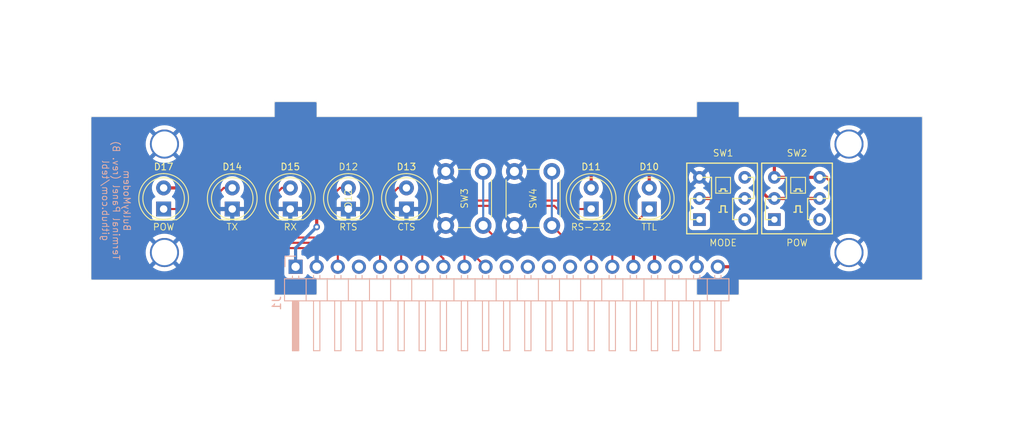
<source format=kicad_pcb>
(kicad_pcb (version 20240108) (generator "pcbnew") (generator_version "8.0")
  (layers (0 "F.Cu" signal) (31 "B.Cu" signal) (34 "B.Paste" user) (35 "F.Paste" user) (36 "B.SilkS" user "B.Silkscreen") (37 "F.SilkS" user "F.Silkscreen") (38 "B.Mask" user) (39 "F.Mask" user) (44 "Edge.Cuts" user))
  (net 0 "")
  (net 1 "GND")
  (net 2 "VCC")
  (net 3 "/LED.TTL")
  (net 4 "/LED.232")
  (net 5 "/LED.RTS")
  (net 6 "/LED.CTS")
  (net 7 "/LED.TX")
  (net 8 "/LED.RX")
  (net 9 "/LED.5V")
  (net 10 "SW_MODE")
  (net 13 "VIN")
  (net 20 "SW_RESET")
  (net 22 "SW_DEFAULT")
  (footprint "mounting:M3_pin" (layer "F.Cu") (at 99.915 129.099)
    (property "Reference" "M1" (hide yes))
    (property "Value" "Mounting_Pin" (hide yes))
    (pad "1" thru_hole circle (at 0 0) (size 3.5 3.5) (drill 3.048) (layers "*.Cu" "*.Mask") (net 1 "GND"))
  )
  (footprint "mounting:M3_pin" (layer "F.Cu") (at 182.265 129.099)
    (property "Reference" "M2" (hide yes))
    (property "Value" "Mounting_Pin" (hide yes))
    (pad "1" thru_hole circle (at 0 0) (size 3.5 3.5) (drill 3.048) (layers "*.Cu" "*.Mask") (net 1 "GND"))
  )
  (footprint "mounting:M3_pin" (layer "F.Cu") (at 182.265 116.049)
    (property "Reference" "M3" (hide yes))
    (property "Value" "Mounting_Pin" (hide yes))
    (pad "1" thru_hole circle (at 0 0) (size 3.5 3.5) (drill 3.048) (layers "*.Cu" "*.Mask") (net 1 "GND"))
  )
  (footprint "mounting:M3_pin" (layer "F.Cu") (at 99.915 116.049)
    (property "Reference" "M4" (hide yes))
    (property "Value" "Mounting_Pin" (hide yes))
    (pad "1" thru_hole circle (at 0 0) (size 3.5 3.5) (drill 3.048) (layers "*.Cu" "*.Mask") (net 1 "GND"))
  )
  (footprint "LED_THT:LED_D5.0mm" (layer "F.Cu") (at 158.235 123.865 90)
    (property "Reference" "D10" (at 5.08 0 180) (layer "F.SilkS") (effects (font (size 0.8 0.8) (thickness 0.1))))
    (property "Value" "TTL" (at -2.159 0 180) (layer "F.SilkS") (effects (font (size 0.8 0.8) (thickness 0.1))))
    (fp_line (start -1.29 -1.545) (end -1.29 1.545) (stroke (width 0.12)) (layer "F.SilkS"))
    (fp_arc (start -1.29 -1.54483) (mid 2.072002 -2.880433) (end 4.26 0.000462) (stroke (width 0.12)) (layer "F.SilkS"))
    (fp_arc (start 4.26 -0.000462) (mid 2.072002 2.880433) (end -1.29 1.54483) (stroke (width 0.12)) (layer "F.SilkS"))
    (fp_circle (center 1.27 0) (end 3.77 0) (stroke (width 0.12)) (fill none) (layer "F.SilkS"))
    (fp_text user "${REFERENCE}" (at 5.08 0 180) (layer "F.SilkS") (effects (font (size 0.8 0.8) (thickness 0.1))))
    (pad "1" thru_hole rect (at 0 0 90) (size 1.8 1.8) (drill 0.9) (layers "*.Cu" "*.Mask") (net 3 "/LED.TTL"))
    (pad "2" thru_hole circle (at 2.54 0 90) (size 1.8 1.8) (drill 0.9) (layers "*.Cu" "*.Mask") (net 2 "VCC"))
  )
  (footprint "LED_THT:LED_D5.0mm" (layer "F.Cu") (at 151.25 123.865 90)
    (property "Reference" "D11" (at 5.08 0 180) (layer "F.SilkS") (effects (font (size 0.8 0.8) (thickness 0.1))))
    (property "Value" "RS-232" (at -2.159 0 180) (layer "F.SilkS") (effects (font (size 0.8 0.8) (thickness 0.1))))
    (fp_line (start -1.29 -1.545) (end -1.29 1.545) (stroke (width 0.12)) (layer "F.SilkS"))
    (fp_arc (start -1.29 -1.54483) (mid 2.072002 -2.880433) (end 4.26 0.000462) (stroke (width 0.12)) (layer "F.SilkS"))
    (fp_arc (start 4.26 -0.000462) (mid 2.072002 2.880433) (end -1.29 1.54483) (stroke (width 0.12)) (layer "F.SilkS"))
    (fp_circle (center 1.27 0) (end 3.77 0) (stroke (width 0.12)) (fill none) (layer "F.SilkS"))
    (fp_text user "${REFERENCE}" (at 5.08 0 180) (layer "F.SilkS") (effects (font (size 0.8 0.8) (thickness 0.1))))
    (pad "1" thru_hole rect (at 0 0 90) (size 1.8 1.8) (drill 0.9) (layers "*.Cu" "*.Mask") (net 4 "/LED.232"))
    (pad "2" thru_hole circle (at 2.54 0 90) (size 1.8 1.8) (drill 0.9) (layers "*.Cu" "*.Mask") (net 2 "VCC"))
  )
  (footprint "LED_THT:LED_D5.0mm" (layer "F.Cu") (at 122.04 123.865 90)
    (property "Reference" "D12" (at 5.08 0 180) (layer "F.SilkS") (effects (font (size 0.8 0.8) (thickness 0.1))))
    (property "Value" "RTS" (at -2.159 0 180) (layer "F.SilkS") (effects (font (size 0.8 0.8) (thickness 0.1))))
    (fp_line (start -1.29 -1.545) (end -1.29 1.545) (stroke (width 0.12)) (layer "F.SilkS"))
    (fp_arc (start -1.29 -1.54483) (mid 2.072002 -2.880433) (end 4.26 0.000462) (stroke (width 0.12)) (layer "F.SilkS"))
    (fp_arc (start 4.26 -0.000462) (mid 2.072002 2.880433) (end -1.29 1.54483) (stroke (width 0.12)) (layer "F.SilkS"))
    (fp_circle (center 1.27 0) (end 3.77 0) (stroke (width 0.12)) (fill none) (layer "F.SilkS"))
    (fp_text user "${REFERENCE}" (at 1.25 0 90) (layer "F.SilkS") (effects (font (size 0.8 0.8) (thickness 0.1))))
    (pad "1" thru_hole rect (at 0 0 90) (size 1.8 1.8) (drill 0.9) (layers "*.Cu" "*.Mask") (net 1 "GND"))
    (pad "2" thru_hole circle (at 2.54 0 90) (size 1.8 1.8) (drill 0.9) (layers "*.Cu" "*.Mask") (net 5 "/LED.RTS"))
  )
  (footprint "LED_THT:LED_D5.0mm" (layer "F.Cu") (at 129.025 123.865 90)
    (property "Reference" "D13" (at 5.08 0 180) (layer "F.SilkS") (effects (font (size 0.8 0.8) (thickness 0.1))))
    (property "Value" "CTS" (at -2.159 0 180) (layer "F.SilkS") (effects (font (size 0.8 0.8) (thickness 0.1))))
    (fp_line (start -1.29 -1.545) (end -1.29 1.545) (stroke (width 0.12)) (layer "F.SilkS"))
    (fp_arc (start -1.29 -1.54483) (mid 2.072002 -2.880433) (end 4.26 0.000462) (stroke (width 0.12)) (layer "F.SilkS"))
    (fp_arc (start 4.26 -0.000462) (mid 2.072002 2.880433) (end -1.29 1.54483) (stroke (width 0.12)) (layer "F.SilkS"))
    (fp_circle (center 1.27 0) (end 3.77 0) (stroke (width 0.12)) (fill none) (layer "F.SilkS"))
    (fp_text user "${REFERENCE}" (at 5.08 0 180) (layer "F.SilkS") (effects (font (size 0.8 0.8) (thickness 0.1))))
    (pad "1" thru_hole rect (at 0 0 90) (size 1.8 1.8) (drill 0.9) (layers "*.Cu" "*.Mask") (net 1 "GND"))
    (pad "2" thru_hole circle (at 2.54 0 90) (size 1.8 1.8) (drill 0.9) (layers "*.Cu" "*.Mask") (net 6 "/LED.CTS"))
  )
  (footprint "LED_THT:LED_D5.0mm" (layer "F.Cu") (at 115.055 123.865 90)
    (property "Reference" "D15" (at 5.08 0 180) (layer "F.SilkS") (effects (font (size 0.8 0.8) (thickness 0.1))))
    (property "Value" "RX" (at -2.159 0 180) (layer "F.SilkS") (effects (font (size 0.8 0.8) (thickness 0.1))))
    (fp_line (start -1.29 -1.545) (end -1.29 1.545) (stroke (width 0.12)) (layer "F.SilkS"))
    (fp_arc (start -1.29 -1.54483) (mid 2.072002 -2.880433) (end 4.26 0.000462) (stroke (width 0.12)) (layer "F.SilkS"))
    (fp_arc (start 4.26 -0.000462) (mid 2.072002 2.880433) (end -1.29 1.54483) (stroke (width 0.12)) (layer "F.SilkS"))
    (fp_circle (center 1.27 0) (end 3.77 0) (stroke (width 0.12)) (fill none) (layer "F.SilkS"))
    (fp_text user "${REFERENCE}" (at 5.08 0 180) (layer "F.SilkS") (effects (font (size 0.8 0.8) (thickness 0.1))))
    (pad "1" thru_hole rect (at 0 0 90) (size 1.8 1.8) (drill 0.9) (layers "*.Cu" "*.Mask") (net 1 "GND"))
    (pad "2" thru_hole circle (at 2.54 0 90) (size 1.8 1.8) (drill 0.9) (layers "*.Cu" "*.Mask") (net 8 "/LED.RX"))
  )
  (footprint "LED_THT:LED_D5.0mm" (layer "F.Cu") (at 99.815 123.865 90)
    (property "Reference" "D17" (at 5.08 0 180) (layer "F.SilkS") (effects (font (size 0.8 0.8) (thickness 0.1))))
    (property "Value" "POW" (at -2.159 0 180) (layer "F.SilkS") (effects (font (size 0.8 0.8) (thickness 0.1))))
    (fp_line (start -1.29 -1.545) (end -1.29 1.545) (stroke (width 0.12)) (layer "F.SilkS"))
    (fp_arc (start -1.29 -1.54483) (mid 2.072002 -2.880433) (end 4.26 0.000462) (stroke (width 0.12)) (layer "F.SilkS"))
    (fp_arc (start 4.26 -0.000462) (mid 2.072002 2.880433) (end -1.29 1.54483) (stroke (width 0.12)) (layer "F.SilkS"))
    (fp_circle (center 1.27 0) (end 3.77 0) (stroke (width 0.12)) (fill none) (layer "F.SilkS"))
    (fp_text user "${REFERENCE}" (at 5.08 0 180) (layer "F.SilkS") (effects (font (size 0.8 0.8) (thickness 0.1))))
    (pad "1" thru_hole rect (at 0 0 90) (size 1.8 1.8) (drill 0.9) (layers "*.Cu" "*.Mask") (net 9 "/LED.5V"))
    (pad "2" thru_hole circle (at 2.54 0 90) (size 1.8 1.8) (drill 0.9) (layers "*.Cu" "*.Mask") (net 2 "VCC"))
  )
  (footprint "6pin_switch:dpdt_switch_black" (layer "F.Cu") (at 166.998 122.595)
    (property "Reference" "SW1" (at 0.127 -5.461 0) (layer "F.SilkS") (effects (font (size 0.8 0.8) (thickness 0.1))))
    (property "Value" "MODE" (at 0.127 5.334 0) (layer "F.SilkS") (effects (font (size 0.8 0.8) (thickness 0.1))))
    (fp_line (start -4.25 -4.25) (end -4.25 4.25) (stroke (width 0.15)) (layer "F.SilkS"))
    (fp_line (start -4.25 -4.25) (end 4.25 -4.25) (stroke (width 0.15)) (layer "F.SilkS"))
    (fp_line (start -4.25 4.25) (end 4.25 4.25) (stroke (width 0.15)) (layer "F.SilkS"))
    (fp_line (start -3.81 0) (end -3.81 2.54) (stroke (width 0.15)) (layer "F.SilkS"))
    (fp_line (start -3.81 2.54) (end -3.175 2.54) (stroke (width 0.15)) (layer "F.SilkS"))
    (fp_line (start -3.175 0) (end -3.81 0) (stroke (width 0.15)) (layer "F.SilkS"))
    (fp_line (start -2.286 0) (end -1.27 0) (stroke (width 0.15)) (layer "F.SilkS"))
    (fp_line (start -1.27 -2.54) (end -2.286 -2.54) (stroke (width 0.15)) (layer "F.SilkS"))
    (fp_line (start -1.27 0) (end -1.27 -2.54) (stroke (width 0.15)) (layer "F.SilkS"))
    (fp_line (start -0.762 -2.54) (end 1.016 -2.54) (stroke (width 0.12)) (layer "F.SilkS"))
    (fp_line (start -0.762 -0.635) (end -0.762 -2.54) (stroke (width 0.12)) (layer "F.SilkS"))
    (fp_line (start -0.381 -0.889) (end -0.127 -0.889) (stroke (width 0.15)) (layer "F.SilkS"))
    (fp_line (start -0.381 1.651) (end -0.127 1.651) (stroke (width 0.15)) (layer "F.SilkS"))
    (fp_line (start -0.127 -1.143) (end 0.381 -1.143) (stroke (width 0.15)) (layer "F.SilkS"))
    (fp_line (start -0.127 -0.889) (end -0.127 -1.143) (stroke (width 0.15)) (layer "F.SilkS"))
    (fp_line (start -0.127 0.889) (end 0.381 0.889) (stroke (width 0.15)) (layer "F.SilkS"))
    (fp_line (start -0.127 1.651) (end -0.127 0.889) (stroke (width 0.15)) (layer "F.SilkS"))
    (fp_line (start 0.381 -1.143) (end 0.381 -0.889) (stroke (width 0.15)) (layer "F.SilkS"))
    (fp_line (start 0.381 -0.889) (end 0.635 -0.889) (stroke (width 0.15)) (layer "F.SilkS"))
    (fp_line (start 0.381 0.889) (end 0.381 1.651) (stroke (width 0.15)) (layer "F.SilkS"))
    (fp_line (start 0.381 1.651) (end 0.635 1.651) (stroke (width 0.15)) (layer "F.SilkS"))
    (fp_line (start 1.016 -2.54) (end 1.016 -0.635) (stroke (width 0.12)) (layer "F.SilkS"))
    (fp_line (start 1.016 -0.635) (end -0.762 -0.635) (stroke (width 0.12)) (layer "F.SilkS"))
    (fp_line (start 1.27 0) (end 1.27 2.54) (stroke (width 0.15)) (layer "F.SilkS"))
    (fp_line (start 1.27 2.54) (end 1.905 2.54) (stroke (width 0.15)) (layer "F.SilkS"))
    (fp_line (start 2.286 0) (end 1.27 0) (stroke (width 0.15)) (layer "F.SilkS"))
    (fp_line (start 3.175 -2.54) (end 3.81 -2.54) (stroke (width 0.15)) (layer "F.SilkS"))
    (fp_line (start 3.81 -2.54) (end 3.81 0) (stroke (width 0.15)) (layer "F.SilkS"))
    (fp_line (start 3.81 0) (end 3.175 0) (stroke (width 0.15)) (layer "F.SilkS"))
    (fp_line (start 4.25 -4.25) (end 4.25 4.25) (stroke (width 0.15)) (layer "F.SilkS"))
    (pad "1" thru_hole rect (at -2.725 2.54) (size 1.524 1.524) (drill 0.762) (layers "*.Cu" "*.Mask"))
    (pad "2" thru_hole circle (at -2.725 0) (size 1.524 1.524) (drill 0.762) (layers "*.Cu" "*.Mask") (net 10 "SW_MODE"))
    (pad "3" thru_hole circle (at -2.725 -2.54) (size 1.524 1.524) (drill 0.762) (layers "*.Cu" "*.Mask") (net 1 "GND"))
    (pad "4" thru_hole circle (at 2.725 2.54) (size 1.524 1.524) (drill 0.762) (layers "*.Cu" "*.Mask"))
    (pad "5" thru_hole circle (at 2.725 0) (size 1.524 1.524) (drill 0.762) (layers "*.Cu" "*.Mask"))
    (pad "6" thru_hole circle (at 2.725 -2.54) (size 1.524 1.524) (drill 0.762) (layers "*.Cu" "*.Mask"))
  )
  (footprint "6pin_switch:dpdt_switch_black" (layer "F.Cu") (at 176.015 122.595)
    (property "Reference" "SW2" (at 0 -5.461 0) (layer "F.SilkS") (effects (font (size 0.8 0.8) (thickness 0.1))))
    (property "Value" "POW" (at 0 5.334 0) (layer "F.SilkS") (effects (font (size 0.8 0.8) (thickness 0.1))))
    (fp_line (start -4.25 -4.25) (end -4.25 4.25) (stroke (width 0.15)) (layer "F.SilkS"))
    (fp_line (start -4.25 -4.25) (end 4.25 -4.25) (stroke (width 0.15)) (layer "F.SilkS"))
    (fp_line (start -4.25 4.25) (end 4.25 4.25) (stroke (width 0.15)) (layer "F.SilkS"))
    (fp_line (start -3.81 0) (end -3.81 2.54) (stroke (width 0.15)) (layer "F.SilkS"))
    (fp_line (start -3.81 2.54) (end -3.175 2.54) (stroke (width 0.15)) (layer "F.SilkS"))
    (fp_line (start -3.175 0) (end -3.81 0) (stroke (width 0.15)) (layer "F.SilkS"))
    (fp_line (start -2.286 0) (end -1.27 0) (stroke (width 0.15)) (layer "F.SilkS"))
    (fp_line (start -1.27 -2.54) (end -2.286 -2.54) (stroke (width 0.15)) (layer "F.SilkS"))
    (fp_line (start -1.27 0) (end -1.27 -2.54) (stroke (width 0.15)) (layer "F.SilkS"))
    (fp_line (start -0.762 -2.54) (end 1.016 -2.54) (stroke (width 0.12)) (layer "F.SilkS"))
    (fp_line (start -0.762 -0.635) (end -0.762 -2.54) (stroke (width 0.12)) (layer "F.SilkS"))
    (fp_line (start -0.381 -0.889) (end -0.127 -0.889) (stroke (width 0.15)) (layer "F.SilkS"))
    (fp_line (start -0.381 1.651) (end -0.127 1.651) (stroke (width 0.15)) (layer "F.SilkS"))
    (fp_line (start -0.127 -1.143) (end 0.381 -1.143) (stroke (width 0.15)) (layer "F.SilkS"))
    (fp_line (start -0.127 -0.889) (end -0.127 -1.143) (stroke (width 0.15)) (layer "F.SilkS"))
    (fp_line (start -0.127 0.889) (end 0.381 0.889) (stroke (width 0.15)) (layer "F.SilkS"))
    (fp_line (start -0.127 1.651) (end -0.127 0.889) (stroke (width 0.15)) (layer "F.SilkS"))
    (fp_line (start 0.381 -1.143) (end 0.381 -0.889) (stroke (width 0.15)) (layer "F.SilkS"))
    (fp_line (start 0.381 -0.889) (end 0.635 -0.889) (stroke (width 0.15)) (layer "F.SilkS"))
    (fp_line (start 0.381 0.889) (end 0.381 1.651) (stroke (width 0.15)) (layer "F.SilkS"))
    (fp_line (start 0.381 1.651) (end 0.635 1.651) (stroke (width 0.15)) (layer "F.SilkS"))
    (fp_line (start 1.016 -2.54) (end 1.016 -0.635) (stroke (width 0.12)) (layer "F.SilkS"))
    (fp_line (start 1.016 -0.635) (end -0.762 -0.635) (stroke (width 0.12)) (layer "F.SilkS"))
    (fp_line (start 1.27 0) (end 1.27 2.54) (stroke (width 0.15)) (layer "F.SilkS"))
    (fp_line (start 1.27 2.54) (end 1.905 2.54) (stroke (width 0.15)) (layer "F.SilkS"))
    (fp_line (start 2.286 0) (end 1.27 0) (stroke (width 0.15)) (layer "F.SilkS"))
    (fp_line (start 3.175 -2.54) (end 3.81 -2.54) (stroke (width 0.15)) (layer "F.SilkS"))
    (fp_line (start 3.81 -2.54) (end 3.81 0) (stroke (width 0.15)) (layer "F.SilkS"))
    (fp_line (start 3.81 0) (end 3.175 0) (stroke (width 0.15)) (layer "F.SilkS"))
    (fp_line (start 4.25 -4.25) (end 4.25 4.25) (stroke (width 0.15)) (layer "F.SilkS"))
    (pad "1" thru_hole rect (at -2.725 2.54) (size 1.524 1.524) (drill 0.762) (layers "*.Cu" "*.Mask"))
    (pad "2" thru_hole circle (at -2.725 0) (size 1.524 1.524) (drill 0.762) (layers "*.Cu" "*.Mask") (net 13 "VIN"))
    (pad "3" thru_hole circle (at -2.725 -2.54) (size 1.524 1.524) (drill 0.762) (layers "*.Cu" "*.Mask") (net 2 "VCC"))
    (pad "4" thru_hole circle (at 2.725 2.54) (size 1.524 1.524) (drill 0.762) (layers "*.Cu" "*.Mask"))
    (pad "5" thru_hole circle (at 2.725 0) (size 1.524 1.524) (drill 0.762) (layers "*.Cu" "*.Mask") (net 13 "VIN"))
    (pad "6" thru_hole circle (at 2.725 -2.54) (size 1.524 1.524) (drill 0.762) (layers "*.Cu" "*.Mask") (net 2 "VCC"))
  )
  (footprint "LED_THT:LED_D5.0mm" (layer "F.Cu") (at 108.07 123.865 90)
    (property "Reference" "D14" (at 5.08 0 180) (layer "F.SilkS") (effects (font (size 0.8 0.8) (thickness 0.1))))
    (property "Value" "TX" (at -2.159 0 180) (layer "F.SilkS") (effects (font (size 0.8 0.8) (thickness 0.1))))
    (fp_line (start -1.29 -1.545) (end -1.29 1.545) (stroke (width 0.12)) (layer "F.SilkS"))
    (fp_arc (start -1.29 -1.54483) (mid 2.072002 -2.880433) (end 4.26 0.000462) (stroke (width 0.12)) (layer "F.SilkS"))
    (fp_arc (start 4.26 -0.000462) (mid 2.072002 2.880433) (end -1.29 1.54483) (stroke (width 0.12)) (layer "F.SilkS"))
    (fp_circle (center 1.27 0) (end 3.77 0) (stroke (width 0.12)) (fill none) (layer "F.SilkS"))
    (fp_text user "${REFERENCE}" (at 5.08 0 180) (layer "F.SilkS") (effects (font (size 0.8 0.8) (thickness 0.1))))
    (pad "1" thru_hole rect (at 0 0 90) (size 1.8 1.8) (drill 0.9) (layers "*.Cu" "*.Mask") (net 1 "GND"))
    (pad "2" thru_hole circle (at 2.54 0 90) (size 1.8 1.8) (drill 0.9) (layers "*.Cu" "*.Mask") (net 7 "/LED.TX"))
  )
  (footprint "switch_cutout:SW_PUSH_6mm" (layer "F.Cu") (at 136.01 122.595 90)
    (property "Reference" "SW3" (hide yes))
    (property "Value" "DEFAULT")
    (fp_line (start 2.25 -3.25) (end -2.25 -3.25) (stroke (width 0.12)) (layer "F.SilkS"))
    (fp_line (start -3.5 -0.75) (end -3.5 0.75) (stroke (width 0.12)) (layer "F.SilkS"))
    (fp_line (start 3.5 0.75) (end 3.5 -0.75) (stroke (width 0.12)) (layer "F.SilkS"))
    (fp_line (start -2.25 3.25) (end 2.25 3.25) (stroke (width 0.12)) (layer "F.SilkS"))
    (fp_text user "${REFERENCE}" (at 0 0 -90) (layer "F.SilkS") (effects (font (size 0.8 0.8) (thickness 0.1))))
    (pad "1" thru_hole circle (at -3.25 -2.25 180) (size 2 2) (drill 1.1) (layers "*.Cu" "*.Mask") (net 1 "GND"))
    (pad "1" thru_hole circle (at 3.25 -2.25 180) (size 2 2) (drill 1.1) (layers "*.Cu" "*.Mask") (net 1 "GND"))
    (pad "2" thru_hole circle (at -3.25 2.25 180) (size 2 2) (drill 1.1) (layers "*.Cu" "*.Mask") (net 22 "SW_DEFAULT"))
    (pad "2" thru_hole circle (at 3.25 2.25 180) (size 2 2) (drill 1.1) (layers "*.Cu" "*.Mask") (net 22 "SW_DEFAULT"))
  )
  (footprint "switch_cutout:SW_PUSH_6mm" (layer "F.Cu") (at 144.265 122.595 90)
    (property "Reference" "SW4" (hide yes))
    (property "Value" "RESET")
    (fp_line (start 2.25 -3.25) (end -2.25 -3.25) (stroke (width 0.12)) (layer "F.SilkS"))
    (fp_line (start -3.5 -0.75) (end -3.5 0.75) (stroke (width 0.12)) (layer "F.SilkS"))
    (fp_line (start 3.5 0.75) (end 3.5 -0.75) (stroke (width 0.12)) (layer "F.SilkS"))
    (fp_line (start -2.25 3.25) (end 2.25 3.25) (stroke (width 0.12)) (layer "F.SilkS"))
    (fp_text user "${REFERENCE}" (at 0 0 -90) (layer "F.SilkS") (effects (font (size 0.8 0.8) (thickness 0.1))))
    (pad "1" thru_hole circle (at -3.25 -2.25 180) (size 2 2) (drill 1.1) (layers "*.Cu" "*.Mask") (net 1 "GND"))
    (pad "1" thru_hole circle (at 3.25 -2.25 180) (size 2 2) (drill 1.1) (layers "*.Cu" "*.Mask") (net 1 "GND"))
    (pad "2" thru_hole circle (at -3.25 2.25 180) (size 2 2) (drill 1.1) (layers "*.Cu" "*.Mask") (net 20 "SW_RESET"))
    (pad "2" thru_hole circle (at 3.25 2.25 180) (size 2 2) (drill 1.1) (layers "*.Cu" "*.Mask") (net 20 "SW_RESET"))
  )
  (footprint "Connector_PinHeader_2.54mm:PinHeader_1x21_P2.54mm_Horizontal" (layer "B.Cu") (at 115.69 130.81 -90)
    (property "Reference" "J1" (at 4.385 2.27 -90) (layer "B.SilkS") (effects (justify mirror)))
    (property "Value" "Front Panel")
    (fp_line (start 1.44 1.33) (end 1.44 -52.13) (stroke (width 0.12)) (layer "B.SilkS"))
    (fp_line (start 4.1 1.33) (end 1.44 1.33) (stroke (width 0.12)) (layer "B.SilkS"))
    (fp_line (start -1.27 1.27) (end 0 1.27) (stroke (width 0.12)) (layer "B.SilkS"))
    (fp_line (start 1.11 0.38) (end 1.44 0.38) (stroke (width 0.12)) (layer "B.SilkS"))
    (fp_line (start 4.1 0.38) (end 10.1 0.38) (stroke (width 0.12)) (layer "B.SilkS"))
    (fp_line (start 10.1 0.38) (end 10.1 -0.38) (stroke (width 0.12)) (layer "B.SilkS"))
    (fp_line (start 4.1 0.32) (end 10.1 0.32) (stroke (width 0.12)) (layer "B.SilkS"))
    (fp_line (start 4.1 0.2) (end 10.1 0.2) (stroke (width 0.12)) (layer "B.SilkS"))
    (fp_line (start 4.1 0.08) (end 10.1 0.08) (stroke (width 0.12)) (layer "B.SilkS"))
    (fp_line (start -1.27 0) (end -1.27 1.27) (stroke (width 0.12)) (layer "B.SilkS"))
    (fp_line (start 4.1 -0.04) (end 10.1 -0.04) (stroke (width 0.12)) (layer "B.SilkS"))
    (fp_line (start 4.1 -0.16) (end 10.1 -0.16) (stroke (width 0.12)) (layer "B.SilkS"))
    (fp_line (start 4.1 -0.28) (end 10.1 -0.28) (stroke (width 0.12)) (layer "B.SilkS"))
    (fp_line (start 1.11 -0.38) (end 1.44 -0.38) (stroke (width 0.12)) (layer "B.SilkS"))
    (fp_line (start 10.1 -0.38) (end 4.1 -0.38) (stroke (width 0.12)) (layer "B.SilkS"))
    (fp_line (start 1.44 -1.27) (end 4.1 -1.27) (stroke (width 0.12)) (layer "B.SilkS"))
    (fp_line (start 1.042929 -2.16) (end 1.44 -2.16) (stroke (width 0.12)) (layer "B.SilkS"))
    (fp_line (start 4.1 -2.16) (end 10.1 -2.16) (stroke (width 0.12)) (layer "B.SilkS"))
    (fp_line (start 10.1 -2.16) (end 10.1 -2.92) (stroke (width 0.12)) (layer "B.SilkS"))
    (fp_line (start 1.042929 -2.92) (end 1.44 -2.92) (stroke (width 0.12)) (layer "B.SilkS"))
    (fp_line (start 10.1 -2.92) (end 4.1 -2.92) (stroke (width 0.12)) (layer "B.SilkS"))
    (fp_line (start 1.44 -3.81) (end 4.1 -3.81) (stroke (width 0.12)) (layer "B.SilkS"))
    (fp_line (start 1.042929 -4.7) (end 1.44 -4.7) (stroke (width 0.12)) (layer "B.SilkS"))
    (fp_line (start 4.1 -4.7) (end 10.1 -4.7) (stroke (width 0.12)) (layer "B.SilkS"))
    (fp_line (start 10.1 -4.7) (end 10.1 -5.46) (stroke (width 0.12)) (layer "B.SilkS"))
    (fp_line (start 1.042929 -5.46) (end 1.44 -5.46) (stroke (width 0.12)) (layer "B.SilkS"))
    (fp_line (start 10.1 -5.46) (end 4.1 -5.46) (stroke (width 0.12)) (layer "B.SilkS"))
    (fp_line (start 1.44 -6.35) (end 4.1 -6.35) (stroke (width 0.12)) (layer "B.SilkS"))
    (fp_line (start 1.042929 -7.24) (end 1.44 -7.24) (stroke (width 0.12)) (layer "B.SilkS"))
    (fp_line (start 4.1 -7.24) (end 10.1 -7.24) (stroke (width 0.12)) (layer "B.SilkS"))
    (fp_line (start 10.1 -7.24) (end 10.1 -8) (stroke (width 0.12)) (layer "B.SilkS"))
    (fp_line (start 1.042929 -8) (end 1.44 -8) (stroke (width 0.12)) (layer "B.SilkS"))
    (fp_line (start 10.1 -8) (end 4.1 -8) (stroke (width 0.12)) (layer "B.SilkS"))
    (fp_line (start 1.44 -8.89) (end 4.1 -8.89) (stroke (width 0.12)) (layer "B.SilkS"))
    (fp_line (start 1.042929 -9.78) (end 1.44 -9.78) (stroke (width 0.12)) (layer "B.SilkS"))
    (fp_line (start 4.1 -9.78) (end 10.1 -9.78) (stroke (width 0.12)) (layer "B.SilkS"))
    (fp_line (start 10.1 -9.78) (end 10.1 -10.54) (stroke (width 0.12)) (layer "B.SilkS"))
    (fp_line (start 1.042929 -10.54) (end 1.44 -10.54) (stroke (width 0.12)) (layer "B.SilkS"))
    (fp_line (start 10.1 -10.54) (end 4.1 -10.54) (stroke (width 0.12)) (layer "B.SilkS"))
    (fp_line (start 1.44 -11.43) (end 4.1 -11.43) (stroke (width 0.12)) (layer "B.SilkS"))
    (fp_line (start 1.042929 -12.32) (end 1.44 -12.32) (stroke (width 0.12)) (layer "B.SilkS"))
    (fp_line (start 4.1 -12.32) (end 10.1 -12.32) (stroke (width 0.12)) (layer "B.SilkS"))
    (fp_line (start 10.1 -12.32) (end 10.1 -13.08) (stroke (width 0.12)) (layer "B.SilkS"))
    (fp_line (start 1.042929 -13.08) (end 1.44 -13.08) (stroke (width 0.12)) (layer "B.SilkS"))
    (fp_line (start 10.1 -13.08) (end 4.1 -13.08) (stroke (width 0.12)) (layer "B.SilkS"))
    (fp_line (start 1.44 -13.97) (end 4.1 -13.97) (stroke (width 0.12)) (layer "B.SilkS"))
    (fp_line (start 1.042929 -14.86) (end 1.44 -14.86) (stroke (width 0.12)) (layer "B.SilkS"))
    (fp_line (start 4.1 -14.86) (end 10.1 -14.86) (stroke (width 0.12)) (layer "B.SilkS"))
    (fp_line (start 10.1 -14.86) (end 10.1 -15.62) (stroke (width 0.12)) (layer "B.SilkS"))
    (fp_line (start 1.042929 -15.62) (end 1.44 -15.62) (stroke (width 0.12)) (layer "B.SilkS"))
    (fp_line (start 10.1 -15.62) (end 4.1 -15.62) (stroke (width 0.12)) (layer "B.SilkS"))
    (fp_line (start 1.44 -16.51) (end 4.1 -16.51) (stroke (width 0.12)) (layer "B.SilkS"))
    (fp_line (start 1.042929 -17.4) (end 1.44 -17.4) (stroke (width 0.12)) (layer "B.SilkS"))
    (fp_line (start 4.1 -17.4) (end 10.1 -17.4) (stroke (width 0.12)) (layer "B.SilkS"))
    (fp_line (start 10.1 -17.4) (end 10.1 -18.16) (stroke (width 0.12)) (layer "B.SilkS"))
    (fp_line (start 1.042929 -18.16) (end 1.44 -18.16) (stroke (width 0.12)) (layer "B.SilkS"))
    (fp_line (start 10.1 -18.16) (end 4.1 -18.16) (stroke (width 0.12)) (layer "B.SilkS"))
    (fp_line (start 1.44 -19.05) (end 4.1 -19.05) (stroke (width 0.12)) (layer "B.SilkS"))
    (fp_line (start 1.042929 -19.94) (end 1.44 -19.94) (stroke (width 0.12)) (layer "B.SilkS"))
    (fp_line (start 4.1 -19.94) (end 10.1 -19.94) (stroke (width 0.12)) (layer "B.SilkS"))
    (fp_line (start 10.1 -19.94) (end 10.1 -20.7) (stroke (width 0.12)) (layer "B.SilkS"))
    (fp_line (start 1.042929 -20.7) (end 1.44 -20.7) (stroke (width 0.12)) (layer "B.SilkS"))
    (fp_line (start 10.1 -20.7) (end 4.1 -20.7) (stroke (width 0.12)) (layer "B.SilkS"))
    (fp_line (start 1.44 -21.59) (end 4.1 -21.59) (stroke (width 0.12)) (layer "B.SilkS"))
    (fp_line (start 1.042929 -22.48) (end 1.44 -22.48) (stroke (width 0.12)) (layer "B.SilkS"))
    (fp_line (start 4.1 -22.48) (end 10.1 -22.48) (stroke (width 0.12)) (layer "B.SilkS"))
    (fp_line (start 10.1 -22.48) (end 10.1 -23.24) (stroke (width 0.12)) (layer "B.SilkS"))
    (fp_line (start 1.042929 -23.24) (end 1.44 -23.24) (stroke (width 0.12)) (layer "B.SilkS"))
    (fp_line (start 10.1 -23.24) (end 4.1 -23.24) (stroke (width 0.12)) (layer "B.SilkS"))
    (fp_line (start 1.44 -24.13) (end 4.1 -24.13) (stroke (width 0.12)) (layer "B.SilkS"))
    (fp_line (start 1.042929 -25.02) (end 1.44 -25.02) (stroke (width 0.12)) (layer "B.SilkS"))
    (fp_line (start 4.1 -25.02) (end 10.1 -25.02) (stroke (width 0.12)) (layer "B.SilkS"))
    (fp_line (start 10.1 -25.02) (end 10.1 -25.78) (stroke (width 0.12)) (layer "B.SilkS"))
    (fp_line (start 1.042929 -25.78) (end 1.44 -25.78) (stroke (width 0.12)) (layer "B.SilkS"))
    (fp_line (start 10.1 -25.78) (end 4.1 -25.78) (stroke (width 0.12)) (layer "B.SilkS"))
    (fp_line (start 1.44 -26.67) (end 4.1 -26.67) (stroke (width 0.12)) (layer "B.SilkS"))
    (fp_line (start 1.042929 -27.56) (end 1.44 -27.56) (stroke (width 0.12)) (layer "B.SilkS"))
    (fp_line (start 4.1 -27.56) (end 10.1 -27.56) (stroke (width 0.12)) (layer "B.SilkS"))
    (fp_line (start 10.1 -27.56) (end 10.1 -28.32) (stroke (width 0.12)) (layer "B.SilkS"))
    (fp_line (start 1.042929 -28.32) (end 1.44 -28.32) (stroke (width 0.12)) (layer "B.SilkS"))
    (fp_line (start 10.1 -28.32) (end 4.1 -28.32) (stroke (width 0.12)) (layer "B.SilkS"))
    (fp_line (start 1.44 -29.21) (end 4.1 -29.21) (stroke (width 0.12)) (layer "B.SilkS"))
    (fp_line (start 1.042929 -30.1) (end 1.44 -30.1) (stroke (width 0.12)) (layer "B.SilkS"))
    (fp_line (start 4.1 -30.1) (end 10.1 -30.1) (stroke (width 0.12)) (layer "B.SilkS"))
    (fp_line (start 10.1 -30.1) (end 10.1 -30.86) (stroke (width 0.12)) (layer "B.SilkS"))
    (fp_line (start 1.042929 -30.86) (end 1.44 -30.86) (stroke (width 0.12)) (layer "B.SilkS"))
    (fp_line (start 10.1 -30.86) (end 4.1 -30.86) (stroke (width 0.12)) (layer "B.SilkS"))
    (fp_line (start 1.44 -31.75) (end 4.1 -31.75) (stroke (width 0.12)) (layer "B.SilkS"))
    (fp_line (start 1.042929 -32.64) (end 1.44 -32.64) (stroke (width 0.12)) (layer "B.SilkS"))
    (fp_line (start 4.1 -32.64) (end 10.1 -32.64) (stroke (width 0.12)) (layer "B.SilkS"))
    (fp_line (start 10.1 -32.64) (end 10.1 -33.4) (stroke (width 0.12)) (layer "B.SilkS"))
    (fp_line (start 1.042929 -33.4) (end 1.44 -33.4) (stroke (width 0.12)) (layer "B.SilkS"))
    (fp_line (start 10.1 -33.4) (end 4.1 -33.4) (stroke (width 0.12)) (layer "B.SilkS"))
    (fp_line (start 1.44 -34.29) (end 4.1 -34.29) (stroke (width 0.12)) (layer "B.SilkS"))
    (fp_line (start 1.042929 -35.18) (end 1.44 -35.18) (stroke (width 0.12)) (layer "B.SilkS"))
    (fp_line (start 4.1 -35.18) (end 10.1 -35.18) (stroke (width 0.12)) (layer "B.SilkS"))
    (fp_line (start 10.1 -35.18) (end 10.1 -35.94) (stroke (width 0.12)) (layer "B.SilkS"))
    (fp_line (start 1.042929 -35.94) (end 1.44 -35.94) (stroke (width 0.12)) (layer "B.SilkS"))
    (fp_line (start 10.1 -35.94) (end 4.1 -35.94) (stroke (width 0.12)) (layer "B.SilkS"))
    (fp_line (start 1.44 -36.83) (end 4.1 -36.83) (stroke (width 0.12)) (layer "B.SilkS"))
    (fp_line (start 1.042929 -37.72) (end 1.44 -37.72) (stroke (width 0.12)) (layer "B.SilkS"))
    (fp_line (start 4.1 -37.72) (end 10.1 -37.72) (stroke (width 0.12)) (layer "B.SilkS"))
    (fp_line (start 10.1 -37.72) (end 10.1 -38.48) (stroke (width 0.12)) (layer "B.SilkS"))
    (fp_line (start 1.042929 -38.48) (end 1.44 -38.48) (stroke (width 0.12)) (layer "B.SilkS"))
    (fp_line (start 10.1 -38.48) (end 4.1 -38.48) (stroke (width 0.12)) (layer "B.SilkS"))
    (fp_line (start 1.44 -39.37) (end 4.1 -39.37) (stroke (width 0.12)) (layer "B.SilkS"))
    (fp_line (start 1.042929 -40.26) (end 1.44 -40.26) (stroke (width 0.12)) (layer "B.SilkS"))
    (fp_line (start 4.1 -40.26) (end 10.1 -40.26) (stroke (width 0.12)) (layer "B.SilkS"))
    (fp_line (start 10.1 -40.26) (end 10.1 -41.02) (stroke (width 0.12)) (layer "B.SilkS"))
    (fp_line (start 1.042929 -41.02) (end 1.44 -41.02) (stroke (width 0.12)) (layer "B.SilkS"))
    (fp_line (start 10.1 -41.02) (end 4.1 -41.02) (stroke (width 0.12)) (layer "B.SilkS"))
    (fp_line (start 1.44 -41.91) (end 4.1 -41.91) (stroke (width 0.12)) (layer "B.SilkS"))
    (fp_line (start 1.042929 -42.8) (end 1.44 -42.8) (stroke (width 0.12)) (layer "B.SilkS"))
    (fp_line (start 4.1 -42.8) (end 10.1 -42.8) (stroke (width 0.12)) (layer "B.SilkS"))
    (fp_line (start 10.1 -42.8) (end 10.1 -43.56) (stroke (width 0.12)) (layer "B.SilkS"))
    (fp_line (start 1.042929 -43.56) (end 1.44 -43.56) (stroke (width 0.12)) (layer "B.SilkS"))
    (fp_line (start 10.1 -43.56) (end 4.1 -43.56) (stroke (width 0.12)) (layer "B.SilkS"))
    (fp_line (start 1.44 -44.45) (end 4.1 -44.45) (stroke (width 0.12)) (layer "B.SilkS"))
    (fp_line (start 1.042929 -45.34) (end 1.44 -45.34) (stroke (width 0.12)) (layer "B.SilkS"))
    (fp_line (start 4.1 -45.34) (end 10.1 -45.34) (stroke (width 0.12)) (layer "B.SilkS"))
    (fp_line (start 10.1 -45.34) (end 10.1 -46.1) (stroke (width 0.12)) (layer "B.SilkS"))
    (fp_line (start 1.042929 -46.1) (end 1.44 -46.1) (stroke (width 0.12)) (layer "B.SilkS"))
    (fp_line (start 10.1 -46.1) (end 4.1 -46.1) (stroke (width 0.12)) (layer "B.SilkS"))
    (fp_line (start 1.44 -46.99) (end 4.1 -46.99) (stroke (width 0.12)) (layer "B.SilkS"))
    (fp_line (start 1.042929 -47.88) (end 1.44 -47.88) (stroke (width 0.12)) (layer "B.SilkS"))
    (fp_line (start 4.1 -47.88) (end 10.1 -47.88) (stroke (width 0.12)) (layer "B.SilkS"))
    (fp_line (start 10.1 -47.88) (end 10.1 -48.64) (stroke (width 0.12)) (layer "B.SilkS"))
    (fp_line (start 1.042929 -48.64) (end 1.44 -48.64) (stroke (width 0.12)) (layer "B.SilkS"))
    (fp_line (start 10.1 -48.64) (end 4.1 -48.64) (stroke (width 0.12)) (layer "B.SilkS"))
    (fp_line (start 1.44 -49.53) (end 4.1 -49.53) (stroke (width 0.12)) (layer "B.SilkS"))
    (fp_line (start 1.042929 -50.42) (end 1.44 -50.42) (stroke (width 0.12)) (layer "B.SilkS"))
    (fp_line (start 4.1 -50.42) (end 10.1 -50.42) (stroke (width 0.12)) (layer "B.SilkS"))
    (fp_line (start 10.1 -50.42) (end 10.1 -51.18) (stroke (width 0.12)) (layer "B.SilkS"))
    (fp_line (start 1.042929 -51.18) (end 1.44 -51.18) (stroke (width 0.12)) (layer "B.SilkS"))
    (fp_line (start 10.1 -51.18) (end 4.1 -51.18) (stroke (width 0.12)) (layer "B.SilkS"))
    (fp_line (start 1.44 -52.13) (end 4.1 -52.13) (stroke (width 0.12)) (layer "B.SilkS"))
    (fp_line (start 4.1 -52.13) (end 4.1 1.33) (stroke (width 0.12)) (layer "B.SilkS"))
    (pad "1" thru_hole rect (at 0 0 270) (size 1.7 1.7) (drill 1) (layers "*.Cu" "*.Mask") (net 2 "VCC"))
    (pad "2" thru_hole oval (at 0 -2.54 270) (size 1.7 1.7) (drill 1) (layers "*.Cu" "*.Mask") (net 1 "GND"))
    (pad "3" thru_hole oval (at 0 -5.08 270) (size 1.7 1.7) (drill 1) (layers "*.Cu" "*.Mask") (net 9 "/LED.5V"))
    (pad "4" thru_hole oval (at 0 -7.62 270) (size 1.7 1.7) (drill 1) (layers "*.Cu" "*.Mask"))
    (pad "5" thru_hole oval (at 0 -10.16 270) (size 1.7 1.7) (drill 1) (layers "*.Cu" "*.Mask") (net 7 "/LED.TX"))
    (pad "6" thru_hole oval (at 0 -12.7 270) (size 1.7 1.7) (drill 1) (layers "*.Cu" "*.Mask") (net 8 "/LED.RX"))
    (pad "7" thru_hole oval (at 0 -15.24 270) (size 1.7 1.7) (drill 1) (layers "*.Cu" "*.Mask") (net 5 "/LED.RTS"))
    (pad "8" thru_hole oval (at 0 -17.78 270) (size 1.7 1.7) (drill 1) (layers "*.Cu" "*.Mask") (net 6 "/LED.CTS"))
    (pad "9" thru_hole oval (at 0 -20.32 270) (size 1.7 1.7) (drill 1) (layers "*.Cu" "*.Mask") (net 4 "/LED.232"))
    (pad "10" thru_hole oval (at 0 -22.86 270) (size 1.7 1.7) (drill 1) (layers "*.Cu" "*.Mask") (net 3 "/LED.TTL"))
    (pad "11" thru_hole oval (at 0 -25.4 270) (size 1.7 1.7) (drill 1) (layers "*.Cu" "*.Mask"))
    (pad "12" thru_hole oval (at 0 -27.94 270) (size 1.7 1.7) (drill 1) (layers "*.Cu" "*.Mask"))
    (pad "13" thru_hole oval (at 0 -30.48 270) (size 1.7 1.7) (drill 1) (layers "*.Cu" "*.Mask"))
    (pad "14" thru_hole oval (at 0 -33.02 270) (size 1.7 1.7) (drill 1) (layers "*.Cu" "*.Mask"))
    (pad "15" thru_hole oval (at 0 -35.56 270) (size 1.7 1.7) (drill 1) (layers "*.Cu" "*.Mask") (net 22 "SW_DEFAULT"))
    (pad "16" thru_hole oval (at 0 -38.1 270) (size 1.7 1.7) (drill 1) (layers "*.Cu" "*.Mask") (net 20 "SW_RESET"))
    (pad "17" thru_hole oval (at 0 -40.64 270) (size 1.7 1.7) (drill 1) (layers "*.Cu" "*.Mask") (net 13 "VIN"))
    (pad "18" thru_hole oval (at 0 -43.18 270) (size 1.7 1.7) (drill 1) (layers "*.Cu" "*.Mask") (net 10 "SW_MODE"))
    (pad "19" thru_hole oval (at 0 -45.72 270) (size 1.7 1.7) (drill 1) (layers "*.Cu" "*.Mask"))
    (pad "20" thru_hole oval (at 0 -48.26 270) (size 1.7 1.7) (drill 1) (layers "*.Cu" "*.Mask") (net 1 "GND"))
    (pad "21" thru_hole oval (at 0 -50.8 270) (size 1.7 1.7) (drill 1) (layers "*.Cu" "*.Mask") (net 2 "VCC"))
  )
  (gr_line (start 91.09 132.374) (end 113.15 132.374) (stroke (width 0.05)) (layer "Edge.Cuts"))
  (gr_line (start 163.95 134.174) (end 169.03 134.174) (stroke (width 0.05)) (layer "Edge.Cuts"))
  (gr_line (start 163.95 132.374) (end 163.95 134.174) (stroke (width 0.05)) (layer "Edge.Cuts"))
  (gr_line (start 169.03 132.374) (end 169.03 134.174) (stroke (width 0.05)) (layer "Edge.Cuts"))
  (gr_line (start 118.23 132.374) (end 141.09 132.374) (stroke (width 0.05)) (layer "Edge.Cuts"))
  (gr_line (start 163.95 132.374) (end 141.09 132.374) (stroke (width 0.05)) (layer "Edge.Cuts"))
  (gr_line (start 113.15 112.774) (end 113.15 110.974) (stroke (width 0.05)) (layer "Edge.Cuts"))
  (gr_line (start 169.03 112.774) (end 169.03 110.974) (stroke (width 0.05)) (layer "Edge.Cuts"))
  (gr_line (start 118.23 110.974) (end 113.15 110.974) (stroke (width 0.05)) (layer "Edge.Cuts"))
  (gr_line (start 118.23 112.774) (end 118.23 110.974) (stroke (width 0.05)) (layer "Edge.Cuts"))
  (gr_line (start 169.03 110.974) (end 163.95 110.974) (stroke (width 0.05)) (layer "Edge.Cuts"))
  (gr_line (start 163.95 112.774) (end 163.95 110.974) (stroke (width 0.05)) (layer "Edge.Cuts"))
  (gr_line (start 191.09 112.774) (end 169.03 112.774) (stroke (width 0.05)) (layer "Edge.Cuts"))
  (gr_line (start 113.15 112.774) (end 91.09 112.774) (stroke (width 0.05)) (layer "Edge.Cuts"))
  (gr_line (start 118.23 112.774) (end 141.09 112.774) (stroke (width 0.05)) (layer "Edge.Cuts"))
  (gr_line (start 163.95 112.774) (end 141.09 112.774) (stroke (width 0.05)) (layer "Edge.Cuts"))
  (gr_line (start 169.03 132.374) (end 191.09 132.374) (stroke (width 0.05)) (layer "Edge.Cuts"))
  (gr_line (start 113.15 134.174) (end 118.23 134.174) (stroke (width 0.05)) (layer "Edge.Cuts"))
  (gr_line (start 91.09 112.774) (end 91.09 132.374) (stroke (width 0.05)) (layer "Edge.Cuts"))
  (gr_line (start 118.23 132.374) (end 118.23 134.174) (stroke (width 0.05)) (layer "Edge.Cuts"))
  (gr_line (start 191.09 132.374) (end 191.09 112.774) (stroke (width 0.05)) (layer "Edge.Cuts"))
  (gr_line (start 113.15 132.374) (end 113.15 134.174) (stroke (width 0.05)) (layer "Edge.Cuts"))
  (gr_text "BulkyModem\nTerminal Panel (rev. B)\ngithub.com/tebl" (at 94.1 122.849 270) (layer "B.SilkS") (effects (font (size 0.8 0.8) (thickness 0.1)) (justify mirror)))
  (segment (start 173.29 120.055) (end 178.74 120.055) (width 0.381) (layer "F.Cu") (net 2))
  (segment (start 158.235 116.499) (end 171.57 116.499) (width 0.381) (layer "F.Cu") (net 2))
  (segment (start 158.235 116.499) (end 151.25 116.499) (width 0.381) (layer "F.Cu") (net 2))
  (segment (start 118.23 118.404) (end 120.135 116.499) (width 0.381) (layer "F.Cu") (net 2))
  (segment (start 173.29 118.219) (end 171.57 116.499) (width 0.381) (layer "F.Cu") (net 2))
  (segment (start 175.674 130.81) (end 180.46 126.024) (width 0.381) (layer "F.Cu") (net 2))
  (segment (start 108.07 116.499) (end 103.244 121.325) (width 0.381) (layer "F.Cu") (net 2))
  (segment (start 180.46 126.024) (end 180.46 120.944) (width 0.381) (layer "F.Cu") (net 2))
  (segment (start 166.49 130.81) (end 175.674 130.81) (width 0.381) (layer "F.Cu") (net 2))
  (segment (start 151.25 121.325) (end 151.25 116.499) (width 0.381) (layer "F.Cu") (net 2))
  (segment (start 108.07 116.499) (end 151.25 116.499) (width 0.381) (layer "F.Cu") (net 2))
  (segment (start 158.235 121.325) (end 158.235 116.499) (width 0.381) (layer "F.Cu") (net 2))
  (segment (start 103.244 121.325) (end 99.815 121.325) (width 0.381) (layer "F.Cu") (net 2))
  (segment (start 179.571 120.055) (end 178.74 120.055) (width 0.381) (layer "F.Cu") (net 2))
  (segment (start 180.46 120.944) (end 179.571 120.055) (width 0.381) (layer "F.Cu") (net 2))
  (segment (start 118.23 126.024) (end 118.23 118.404) (width 0.381) (layer "F.Cu") (net 2))
  (segment (start 173.29 120.055) (end 173.29 118.219) (width 0.381) (layer "F.Cu") (net 2))
  (via (at 118.23 126.024) (size 0.8) (drill 0.4) (layers "F.Cu" "B.Cu") (net 2))
  (segment (start 118.23 126.024) (end 115.69 128.564) (width 0.381) (layer "B.Cu") (net 2))
  (segment (start 115.69 128.564) (end 115.69 130.81) (width 0.381) (layer "B.Cu") (net 2))
  (segment (start 136.46 128.72) (end 138.55 130.81) (width 0.25) (layer "F.Cu") (net 3))
  (segment (start 137.28 123.484) (end 136.46 124.304) (width 0.25) (layer "F.Cu") (net 3))
  (segment (start 158.235 123.865) (end 156.076 126.024) (width 0.25) (layer "F.Cu") (net 3))
  (segment (start 146.805 123.484) (end 137.28 123.484) (width 0.25) (layer "F.Cu") (net 3))
  (segment (start 136.46 124.304) (end 136.46 128.72) (width 0.25) (layer "F.Cu") (net 3))
  (segment (start 156.076 126.024) (end 149.345 126.024) (width 0.25) (layer "F.Cu") (net 3))
  (segment (start 149.345 126.024) (end 146.805 123.484) (width 0.25) (layer "F.Cu") (net 3))
  (segment (start 137.278604 122.849) (end 136.01 124.117604) (width 0.25) (layer "F.Cu") (net 4))
  (segment (start 136.01 124.117604) (end 136.01 130.81) (width 0.25) (layer "F.Cu") (net 4))
  (segment (start 147.44 122.849) (end 137.278604 122.849) (width 0.25) (layer "F.Cu") (net 4))
  (segment (start 148.456 123.865) (end 147.44 122.849) (width 0.25) (layer "F.Cu") (net 4))
  (segment (start 151.25 123.865) (end 148.456 123.865) (width 0.25) (layer "F.Cu") (net 4))
  (segment (start 122.04 121.325) (end 121.024 121.325) (width 0.25) (layer "F.Cu") (net 5))
  (segment (start 120.77 126.659) (end 129.025 126.659) (width 0.25) (layer "F.Cu") (net 5))
  (segment (start 120.135 122.214) (end 120.135 126.024) (width 0.25) (layer "F.Cu") (net 5))
  (segment (start 121.024 121.325) (end 120.135 122.214) (width 0.25) (layer "F.Cu") (net 5))
  (segment (start 130.93 128.564) (end 130.93 130.81) (width 0.25) (layer "F.Cu") (net 5))
  (segment (start 129.025 126.659) (end 130.93 128.564) (width 0.25) (layer "F.Cu") (net 5))
  (segment (start 120.135 126.024) (end 120.77 126.659) (width 0.25) (layer "F.Cu") (net 5))
  (segment (start 129.025 121.325) (end 128.009 121.325) (width 0.25) (layer "F.Cu") (net 6))
  (segment (start 127.12 122.214) (end 127.12 125.389) (width 0.25) (layer "F.Cu") (net 6))
  (segment (start 128.009 121.325) (end 127.12 122.214) (width 0.25) (layer "F.Cu") (net 6))
  (segment (start 129.66 126.024) (end 133.47 129.834) (width 0.25) (layer "F.Cu") (net 6))
  (segment (start 133.47 129.834) (end 133.47 130.81) (width 0.25) (layer "F.Cu") (net 6))
  (segment (start 127.12 125.389) (end 127.755 126.024) (width 0.25) (layer "F.Cu") (net 6))
  (segment (start 127.755 126.024) (end 129.66 126.024) (width 0.25) (layer "F.Cu") (net 6))
  (segment (start 107.054 121.325) (end 106.165 122.214) (width 0.25) (layer "F.Cu") (net 7))
  (segment (start 106.165 122.214) (end 106.165 127.294) (width 0.25) (layer "F.Cu") (net 7))
  (segment (start 125.85 128.564) (end 125.85 130.81) (width 0.25) (layer "F.Cu") (net 7))
  (segment (start 106.165 127.294) (end 106.8 127.929) (width 0.25) (layer "F.Cu") (net 7))
  (segment (start 106.8 127.929) (end 125.215 127.929) (width 0.25) (layer "F.Cu") (net 7))
  (segment (start 125.215 127.929) (end 125.85 128.564) (width 0.25) (layer "F.Cu") (net 7))
  (segment (start 108.07 121.325) (end 107.054 121.325) (width 0.25) (layer "F.Cu") (net 7))
  (segment (start 113.785 127.294) (end 127.755 127.294) (width 0.25) (layer "F.Cu") (net 8))
  (segment (start 113.15 126.659) (end 113.785 127.294) (width 0.25) (layer "F.Cu") (net 8))
  (segment (start 113.15 122.214) (end 113.15 126.659) (width 0.25) (layer "F.Cu") (net 8))
  (segment (start 114.039 121.325) (end 113.15 122.214) (width 0.25) (layer "F.Cu") (net 8))
  (segment (start 127.755 127.294) (end 128.39 127.929) (width 0.25) (layer "F.Cu") (net 8))
  (segment (start 128.39 127.929) (end 128.39 130.81) (width 0.25) (layer "F.Cu") (net 8))
  (segment (start 115.055 121.325) (end 114.039 121.325) (width 0.25) (layer "F.Cu") (net 8))
  (segment (start 120.77 129.199) (end 120.135 128.564) (width 0.25) (layer "F.Cu") (net 9))
  (segment (start 120.135 128.564) (end 106.4825 128.564) (width 0.25) (layer "F.Cu") (net 9))
  (segment (start 106.4825 128.564) (end 101.7835 123.865) (width 0.25) (layer "F.Cu") (net 9))
  (segment (start 120.77 130.81) (end 120.77 129.199) (width 0.25) (layer "F.Cu") (net 9))
  (segment (start 101.7835 123.865) (end 99.815 123.865) (width 0.25) (layer "F.Cu") (net 9))
  (segment (start 165.601 122.595) (end 164.273 122.595) (width 0.381) (layer "F.Cu") (net 10))
  (segment (start 158.87 129.199) (end 160.14 127.929) (width 0.381) (layer "F.Cu") (net 10))
  (segment (start 160.14 127.929) (end 165.855 127.929) (width 0.381) (layer "F.Cu") (net 10))
  (segment (start 166.49 127.294) (end 166.49 123.484) (width 0.381) (layer "F.Cu") (net 10))
  (segment (start 158.87 130.469) (end 158.87 129.199) (width 0.381) (layer "F.Cu") (net 10))
  (segment (start 166.49 123.484) (end 165.601 122.595) (width 0.381) (layer "F.Cu") (net 10))
  (segment (start 165.855 127.929) (end 166.49 127.294) (width 0.381) (layer "F.Cu") (net 10))
  (segment (start 160.775 126.659) (end 157.6 126.659) (width 0.381) (layer "F.Cu") (net 13))
  (segment (start 173.29 122.595) (end 172.586 122.595) (width 0.381) (layer "F.Cu") (net 13))
  (segment (start 172.586 122.595) (end 171.57 121.579) (width 0.381) (layer "F.Cu") (net 13))
  (segment (start 171.57 121.579) (end 171.57 118.404) (width 0.381) (layer "F.Cu") (net 13))
  (segment (start 170.935 117.769) (end 163.315 117.769) (width 0.381) (layer "F.Cu") (net 13))
  (segment (start 156.33 127.929) (end 156.33 130.81) (width 0.381) (layer "F.Cu") (net 13))
  (segment (start 157.6 126.659) (end 156.33 127.929) (width 0.381) (layer "F.Cu") (net 13))
  (segment (start 161.41 126.024) (end 160.775 126.659) (width 0.381) (layer "F.Cu") (net 13))
  (segment (start 161.41 119.674) (end 161.41 126.024) (width 0.381) (layer "F.Cu") (net 13))
  (segment (start 171.57 118.404) (end 170.935 117.769) (width 0.381) (layer "F.Cu") (net 13))
  (segment (start 163.315 117.769) (end 161.41 119.674) (width 0.381) (layer "F.Cu") (net 13))
  (segment (start 173.29 122.595) (end 178.74 122.595) (width 0.381) (layer "F.Cu") (net 13))
  (segment (start 146.515 125.845) (end 147.964 127.294) (width 0.25) (layer "F.Cu") (net 20))
  (segment (start 153.79 127.929) (end 153.79 130.81) (width 0.25) (layer "F.Cu") (net 20))
  (segment (start 153.155 127.294) (end 153.79 127.929) (width 0.25) (layer "F.Cu") (net 20))
  (segment (start 147.964 127.294) (end 153.155 127.294) (width 0.25) (layer "F.Cu") (net 20))
  (segment (start 146.515 119.345) (end 146.515 125.845) (width 0.25) (layer "B.Cu") (net 20))
  (segment (start 151.25 130.81) (end 151.25 128.564) (width 0.25) (layer "F.Cu") (net 22))
  (segment (start 151.25 128.564) (end 150.615 127.929) (width 0.25) (layer "F.Cu") (net 22))
  (segment (start 140.344 127.929) (end 138.26 125.845) (width 0.25) (layer "F.Cu") (net 22))
  (segment (start 150.615 127.929) (end 140.344 127.929) (width 0.25) (layer "F.Cu") (net 22))
  (segment (start 138.26 119.345) (end 138.26 125.845) (width 0.25) (layer "B.Cu") (net 22))
  (zone (net 1) (net_name "GND") (layer "B.Cu") (connect_pads (clearance 0.508)) (min_thickness 0.254) (fill yes (thermal_gap 0.508) (thermal_bridge_width 0.508))
    (polygon (pts (xy 203.32 151.424) (xy 80.13 151.424) (xy 80.13 98.719) (xy 203.32 98.719)))
  )
)
</source>
